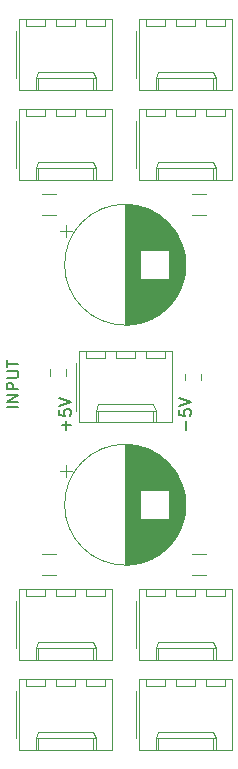
<source format=gbr>
G04 #@! TF.GenerationSoftware,KiCad,Pcbnew,(5.1.5-0-10_14)*
G04 #@! TF.CreationDate,2020-11-05T18:46:50+01:00*
G04 #@! TF.ProjectId,vm000-powerdist,766d3030-302d-4706-9f77-657264697374,rev?*
G04 #@! TF.SameCoordinates,Original*
G04 #@! TF.FileFunction,Legend,Top*
G04 #@! TF.FilePolarity,Positive*
%FSLAX46Y46*%
G04 Gerber Fmt 4.6, Leading zero omitted, Abs format (unit mm)*
G04 Created by KiCad (PCBNEW (5.1.5-0-10_14)) date 2020-11-05 18:46:50*
%MOMM*%
%LPD*%
G04 APERTURE LIST*
%ADD10C,0.150000*%
%ADD11C,0.120000*%
G04 APERTURE END LIST*
D10*
X167711428Y-92725714D02*
X167711428Y-91963809D01*
X167092380Y-91011428D02*
X167092380Y-91487619D01*
X167568571Y-91535238D01*
X167520952Y-91487619D01*
X167473333Y-91392380D01*
X167473333Y-91154285D01*
X167520952Y-91059047D01*
X167568571Y-91011428D01*
X167663809Y-90963809D01*
X167901904Y-90963809D01*
X167997142Y-91011428D01*
X168044761Y-91059047D01*
X168092380Y-91154285D01*
X168092380Y-91392380D01*
X168044761Y-91487619D01*
X167997142Y-91535238D01*
X167092380Y-90678095D02*
X168092380Y-90344761D01*
X167092380Y-90011428D01*
X157551428Y-92725714D02*
X157551428Y-91963809D01*
X157932380Y-92344761D02*
X157170476Y-92344761D01*
X156932380Y-91011428D02*
X156932380Y-91487619D01*
X157408571Y-91535238D01*
X157360952Y-91487619D01*
X157313333Y-91392380D01*
X157313333Y-91154285D01*
X157360952Y-91059047D01*
X157408571Y-91011428D01*
X157503809Y-90963809D01*
X157741904Y-90963809D01*
X157837142Y-91011428D01*
X157884761Y-91059047D01*
X157932380Y-91154285D01*
X157932380Y-91392380D01*
X157884761Y-91487619D01*
X157837142Y-91535238D01*
X156932380Y-90678095D02*
X157932380Y-90344761D01*
X156932380Y-90011428D01*
X153487380Y-90828571D02*
X152487380Y-90828571D01*
X153487380Y-90352380D02*
X152487380Y-90352380D01*
X153487380Y-89780952D01*
X152487380Y-89780952D01*
X153487380Y-89304761D02*
X152487380Y-89304761D01*
X152487380Y-88923809D01*
X152535000Y-88828571D01*
X152582619Y-88780952D01*
X152677857Y-88733333D01*
X152820714Y-88733333D01*
X152915952Y-88780952D01*
X152963571Y-88828571D01*
X153011190Y-88923809D01*
X153011190Y-89304761D01*
X152487380Y-88304761D02*
X153296904Y-88304761D01*
X153392142Y-88257142D01*
X153439761Y-88209523D01*
X153487380Y-88114285D01*
X153487380Y-87923809D01*
X153439761Y-87828571D01*
X153392142Y-87780952D01*
X153296904Y-87733333D01*
X152487380Y-87733333D01*
X152487380Y-87400000D02*
X152487380Y-86828571D01*
X153487380Y-87114285D02*
X152487380Y-87114285D01*
D11*
X157540354Y-75365000D02*
X157540354Y-76365000D01*
X157040354Y-75865000D02*
X158040354Y-75865000D01*
X167601000Y-78141000D02*
X167601000Y-79339000D01*
X167561000Y-77878000D02*
X167561000Y-79602000D01*
X167521000Y-77678000D02*
X167521000Y-79802000D01*
X167481000Y-77510000D02*
X167481000Y-79970000D01*
X167441000Y-77362000D02*
X167441000Y-80118000D01*
X167401000Y-77230000D02*
X167401000Y-80250000D01*
X167361000Y-77110000D02*
X167361000Y-80370000D01*
X167321000Y-76998000D02*
X167321000Y-80482000D01*
X167281000Y-76894000D02*
X167281000Y-80586000D01*
X167241000Y-76796000D02*
X167241000Y-80684000D01*
X167201000Y-76703000D02*
X167201000Y-80777000D01*
X167161000Y-76615000D02*
X167161000Y-80865000D01*
X167121000Y-76531000D02*
X167121000Y-80949000D01*
X167081000Y-76451000D02*
X167081000Y-81029000D01*
X167041000Y-76375000D02*
X167041000Y-81105000D01*
X167001000Y-76301000D02*
X167001000Y-81179000D01*
X166961000Y-76230000D02*
X166961000Y-81250000D01*
X166921000Y-76161000D02*
X166921000Y-81319000D01*
X166881000Y-76095000D02*
X166881000Y-81385000D01*
X166841000Y-76031000D02*
X166841000Y-81449000D01*
X166801000Y-75970000D02*
X166801000Y-81510000D01*
X166761000Y-75910000D02*
X166761000Y-81570000D01*
X166721000Y-75851000D02*
X166721000Y-81629000D01*
X166681000Y-75795000D02*
X166681000Y-81685000D01*
X166641000Y-75740000D02*
X166641000Y-81740000D01*
X166601000Y-75686000D02*
X166601000Y-81794000D01*
X166561000Y-75634000D02*
X166561000Y-81846000D01*
X166521000Y-75584000D02*
X166521000Y-81896000D01*
X166481000Y-75534000D02*
X166481000Y-81946000D01*
X166441000Y-75486000D02*
X166441000Y-81994000D01*
X166401000Y-75439000D02*
X166401000Y-82041000D01*
X166361000Y-75393000D02*
X166361000Y-82087000D01*
X166321000Y-75348000D02*
X166321000Y-82132000D01*
X166281000Y-75304000D02*
X166281000Y-82176000D01*
X166241000Y-79981000D02*
X166241000Y-82218000D01*
X166241000Y-75262000D02*
X166241000Y-77499000D01*
X166201000Y-79981000D02*
X166201000Y-82260000D01*
X166201000Y-75220000D02*
X166201000Y-77499000D01*
X166161000Y-79981000D02*
X166161000Y-82301000D01*
X166161000Y-75179000D02*
X166161000Y-77499000D01*
X166121000Y-79981000D02*
X166121000Y-82341000D01*
X166121000Y-75139000D02*
X166121000Y-77499000D01*
X166081000Y-79981000D02*
X166081000Y-82380000D01*
X166081000Y-75100000D02*
X166081000Y-77499000D01*
X166041000Y-79981000D02*
X166041000Y-82419000D01*
X166041000Y-75061000D02*
X166041000Y-77499000D01*
X166001000Y-79981000D02*
X166001000Y-82456000D01*
X166001000Y-75024000D02*
X166001000Y-77499000D01*
X165961000Y-79981000D02*
X165961000Y-82493000D01*
X165961000Y-74987000D02*
X165961000Y-77499000D01*
X165921000Y-79981000D02*
X165921000Y-82529000D01*
X165921000Y-74951000D02*
X165921000Y-77499000D01*
X165881000Y-79981000D02*
X165881000Y-82564000D01*
X165881000Y-74916000D02*
X165881000Y-77499000D01*
X165841000Y-79981000D02*
X165841000Y-82598000D01*
X165841000Y-74882000D02*
X165841000Y-77499000D01*
X165801000Y-79981000D02*
X165801000Y-82632000D01*
X165801000Y-74848000D02*
X165801000Y-77499000D01*
X165761000Y-79981000D02*
X165761000Y-82665000D01*
X165761000Y-74815000D02*
X165761000Y-77499000D01*
X165721000Y-79981000D02*
X165721000Y-82697000D01*
X165721000Y-74783000D02*
X165721000Y-77499000D01*
X165681000Y-79981000D02*
X165681000Y-82729000D01*
X165681000Y-74751000D02*
X165681000Y-77499000D01*
X165641000Y-79981000D02*
X165641000Y-82760000D01*
X165641000Y-74720000D02*
X165641000Y-77499000D01*
X165601000Y-79981000D02*
X165601000Y-82790000D01*
X165601000Y-74690000D02*
X165601000Y-77499000D01*
X165561000Y-79981000D02*
X165561000Y-82820000D01*
X165561000Y-74660000D02*
X165561000Y-77499000D01*
X165521000Y-79981000D02*
X165521000Y-82850000D01*
X165521000Y-74630000D02*
X165521000Y-77499000D01*
X165481000Y-79981000D02*
X165481000Y-82878000D01*
X165481000Y-74602000D02*
X165481000Y-77499000D01*
X165441000Y-79981000D02*
X165441000Y-82906000D01*
X165441000Y-74574000D02*
X165441000Y-77499000D01*
X165401000Y-79981000D02*
X165401000Y-82934000D01*
X165401000Y-74546000D02*
X165401000Y-77499000D01*
X165361000Y-79981000D02*
X165361000Y-82961000D01*
X165361000Y-74519000D02*
X165361000Y-77499000D01*
X165321000Y-79981000D02*
X165321000Y-82987000D01*
X165321000Y-74493000D02*
X165321000Y-77499000D01*
X165281000Y-79981000D02*
X165281000Y-83013000D01*
X165281000Y-74467000D02*
X165281000Y-77499000D01*
X165241000Y-79981000D02*
X165241000Y-83038000D01*
X165241000Y-74442000D02*
X165241000Y-77499000D01*
X165201000Y-79981000D02*
X165201000Y-83063000D01*
X165201000Y-74417000D02*
X165201000Y-77499000D01*
X165161000Y-79981000D02*
X165161000Y-83087000D01*
X165161000Y-74393000D02*
X165161000Y-77499000D01*
X165121000Y-79981000D02*
X165121000Y-83111000D01*
X165121000Y-74369000D02*
X165121000Y-77499000D01*
X165081000Y-79981000D02*
X165081000Y-83135000D01*
X165081000Y-74345000D02*
X165081000Y-77499000D01*
X165041000Y-79981000D02*
X165041000Y-83157000D01*
X165041000Y-74323000D02*
X165041000Y-77499000D01*
X165001000Y-79981000D02*
X165001000Y-83180000D01*
X165001000Y-74300000D02*
X165001000Y-77499000D01*
X164961000Y-79981000D02*
X164961000Y-83202000D01*
X164961000Y-74278000D02*
X164961000Y-77499000D01*
X164921000Y-79981000D02*
X164921000Y-83223000D01*
X164921000Y-74257000D02*
X164921000Y-77499000D01*
X164881000Y-79981000D02*
X164881000Y-83244000D01*
X164881000Y-74236000D02*
X164881000Y-77499000D01*
X164841000Y-79981000D02*
X164841000Y-83265000D01*
X164841000Y-74215000D02*
X164841000Y-77499000D01*
X164801000Y-79981000D02*
X164801000Y-83285000D01*
X164801000Y-74195000D02*
X164801000Y-77499000D01*
X164761000Y-79981000D02*
X164761000Y-83304000D01*
X164761000Y-74176000D02*
X164761000Y-77499000D01*
X164721000Y-79981000D02*
X164721000Y-83324000D01*
X164721000Y-74156000D02*
X164721000Y-77499000D01*
X164681000Y-79981000D02*
X164681000Y-83343000D01*
X164681000Y-74137000D02*
X164681000Y-77499000D01*
X164641000Y-79981000D02*
X164641000Y-83361000D01*
X164641000Y-74119000D02*
X164641000Y-77499000D01*
X164601000Y-79981000D02*
X164601000Y-83379000D01*
X164601000Y-74101000D02*
X164601000Y-77499000D01*
X164561000Y-79981000D02*
X164561000Y-83397000D01*
X164561000Y-74083000D02*
X164561000Y-77499000D01*
X164521000Y-79981000D02*
X164521000Y-83414000D01*
X164521000Y-74066000D02*
X164521000Y-77499000D01*
X164481000Y-79981000D02*
X164481000Y-83430000D01*
X164481000Y-74050000D02*
X164481000Y-77499000D01*
X164441000Y-79981000D02*
X164441000Y-83447000D01*
X164441000Y-74033000D02*
X164441000Y-77499000D01*
X164401000Y-79981000D02*
X164401000Y-83463000D01*
X164401000Y-74017000D02*
X164401000Y-77499000D01*
X164361000Y-79981000D02*
X164361000Y-83478000D01*
X164361000Y-74002000D02*
X164361000Y-77499000D01*
X164321000Y-79981000D02*
X164321000Y-83494000D01*
X164321000Y-73986000D02*
X164321000Y-77499000D01*
X164281000Y-79981000D02*
X164281000Y-83508000D01*
X164281000Y-73972000D02*
X164281000Y-77499000D01*
X164241000Y-79981000D02*
X164241000Y-83523000D01*
X164241000Y-73957000D02*
X164241000Y-77499000D01*
X164201000Y-79981000D02*
X164201000Y-83537000D01*
X164201000Y-73943000D02*
X164201000Y-77499000D01*
X164161000Y-79981000D02*
X164161000Y-83551000D01*
X164161000Y-73929000D02*
X164161000Y-77499000D01*
X164121000Y-79981000D02*
X164121000Y-83564000D01*
X164121000Y-73916000D02*
X164121000Y-77499000D01*
X164081000Y-79981000D02*
X164081000Y-83577000D01*
X164081000Y-73903000D02*
X164081000Y-77499000D01*
X164041000Y-79981000D02*
X164041000Y-83590000D01*
X164041000Y-73890000D02*
X164041000Y-77499000D01*
X164001000Y-79981000D02*
X164001000Y-83602000D01*
X164001000Y-73878000D02*
X164001000Y-77499000D01*
X163961000Y-79981000D02*
X163961000Y-83614000D01*
X163961000Y-73866000D02*
X163961000Y-77499000D01*
X163921000Y-79981000D02*
X163921000Y-83625000D01*
X163921000Y-73855000D02*
X163921000Y-77499000D01*
X163881000Y-79981000D02*
X163881000Y-83637000D01*
X163881000Y-73843000D02*
X163881000Y-77499000D01*
X163841000Y-79981000D02*
X163841000Y-83647000D01*
X163841000Y-73833000D02*
X163841000Y-77499000D01*
X163801000Y-79981000D02*
X163801000Y-83658000D01*
X163801000Y-73822000D02*
X163801000Y-77499000D01*
X163761000Y-73812000D02*
X163761000Y-83668000D01*
X163721000Y-73802000D02*
X163721000Y-83678000D01*
X163681000Y-73793000D02*
X163681000Y-83687000D01*
X163641000Y-73784000D02*
X163641000Y-83696000D01*
X163601000Y-73775000D02*
X163601000Y-83705000D01*
X163561000Y-73766000D02*
X163561000Y-83714000D01*
X163521000Y-73758000D02*
X163521000Y-83722000D01*
X163481000Y-73750000D02*
X163481000Y-83730000D01*
X163441000Y-73743000D02*
X163441000Y-83737000D01*
X163401000Y-73736000D02*
X163401000Y-83744000D01*
X163361000Y-73729000D02*
X163361000Y-83751000D01*
X163321000Y-73722000D02*
X163321000Y-83758000D01*
X163281000Y-73716000D02*
X163281000Y-83764000D01*
X163241000Y-73710000D02*
X163241000Y-83770000D01*
X163200000Y-73705000D02*
X163200000Y-83775000D01*
X163160000Y-73700000D02*
X163160000Y-83780000D01*
X163120000Y-73695000D02*
X163120000Y-83785000D01*
X163080000Y-73690000D02*
X163080000Y-83790000D01*
X163040000Y-73686000D02*
X163040000Y-83794000D01*
X163000000Y-73682000D02*
X163000000Y-83798000D01*
X162960000Y-73678000D02*
X162960000Y-83802000D01*
X162920000Y-73675000D02*
X162920000Y-83805000D01*
X162880000Y-73672000D02*
X162880000Y-83808000D01*
X162840000Y-73670000D02*
X162840000Y-83810000D01*
X162800000Y-73667000D02*
X162800000Y-83813000D01*
X162760000Y-73665000D02*
X162760000Y-83815000D01*
X162720000Y-73663000D02*
X162720000Y-83817000D01*
X162680000Y-73662000D02*
X162680000Y-83818000D01*
X162640000Y-73661000D02*
X162640000Y-83819000D01*
X162600000Y-73660000D02*
X162600000Y-83820000D01*
X162560000Y-73660000D02*
X162560000Y-83820000D01*
X162520000Y-73660000D02*
X162520000Y-83820000D01*
X167640000Y-78740000D02*
G75*
G03X167640000Y-78740000I-5120000J0D01*
G01*
X157540354Y-95685000D02*
X157540354Y-96685000D01*
X157040354Y-96185000D02*
X158040354Y-96185000D01*
X167601000Y-98461000D02*
X167601000Y-99659000D01*
X167561000Y-98198000D02*
X167561000Y-99922000D01*
X167521000Y-97998000D02*
X167521000Y-100122000D01*
X167481000Y-97830000D02*
X167481000Y-100290000D01*
X167441000Y-97682000D02*
X167441000Y-100438000D01*
X167401000Y-97550000D02*
X167401000Y-100570000D01*
X167361000Y-97430000D02*
X167361000Y-100690000D01*
X167321000Y-97318000D02*
X167321000Y-100802000D01*
X167281000Y-97214000D02*
X167281000Y-100906000D01*
X167241000Y-97116000D02*
X167241000Y-101004000D01*
X167201000Y-97023000D02*
X167201000Y-101097000D01*
X167161000Y-96935000D02*
X167161000Y-101185000D01*
X167121000Y-96851000D02*
X167121000Y-101269000D01*
X167081000Y-96771000D02*
X167081000Y-101349000D01*
X167041000Y-96695000D02*
X167041000Y-101425000D01*
X167001000Y-96621000D02*
X167001000Y-101499000D01*
X166961000Y-96550000D02*
X166961000Y-101570000D01*
X166921000Y-96481000D02*
X166921000Y-101639000D01*
X166881000Y-96415000D02*
X166881000Y-101705000D01*
X166841000Y-96351000D02*
X166841000Y-101769000D01*
X166801000Y-96290000D02*
X166801000Y-101830000D01*
X166761000Y-96230000D02*
X166761000Y-101890000D01*
X166721000Y-96171000D02*
X166721000Y-101949000D01*
X166681000Y-96115000D02*
X166681000Y-102005000D01*
X166641000Y-96060000D02*
X166641000Y-102060000D01*
X166601000Y-96006000D02*
X166601000Y-102114000D01*
X166561000Y-95954000D02*
X166561000Y-102166000D01*
X166521000Y-95904000D02*
X166521000Y-102216000D01*
X166481000Y-95854000D02*
X166481000Y-102266000D01*
X166441000Y-95806000D02*
X166441000Y-102314000D01*
X166401000Y-95759000D02*
X166401000Y-102361000D01*
X166361000Y-95713000D02*
X166361000Y-102407000D01*
X166321000Y-95668000D02*
X166321000Y-102452000D01*
X166281000Y-95624000D02*
X166281000Y-102496000D01*
X166241000Y-100301000D02*
X166241000Y-102538000D01*
X166241000Y-95582000D02*
X166241000Y-97819000D01*
X166201000Y-100301000D02*
X166201000Y-102580000D01*
X166201000Y-95540000D02*
X166201000Y-97819000D01*
X166161000Y-100301000D02*
X166161000Y-102621000D01*
X166161000Y-95499000D02*
X166161000Y-97819000D01*
X166121000Y-100301000D02*
X166121000Y-102661000D01*
X166121000Y-95459000D02*
X166121000Y-97819000D01*
X166081000Y-100301000D02*
X166081000Y-102700000D01*
X166081000Y-95420000D02*
X166081000Y-97819000D01*
X166041000Y-100301000D02*
X166041000Y-102739000D01*
X166041000Y-95381000D02*
X166041000Y-97819000D01*
X166001000Y-100301000D02*
X166001000Y-102776000D01*
X166001000Y-95344000D02*
X166001000Y-97819000D01*
X165961000Y-100301000D02*
X165961000Y-102813000D01*
X165961000Y-95307000D02*
X165961000Y-97819000D01*
X165921000Y-100301000D02*
X165921000Y-102849000D01*
X165921000Y-95271000D02*
X165921000Y-97819000D01*
X165881000Y-100301000D02*
X165881000Y-102884000D01*
X165881000Y-95236000D02*
X165881000Y-97819000D01*
X165841000Y-100301000D02*
X165841000Y-102918000D01*
X165841000Y-95202000D02*
X165841000Y-97819000D01*
X165801000Y-100301000D02*
X165801000Y-102952000D01*
X165801000Y-95168000D02*
X165801000Y-97819000D01*
X165761000Y-100301000D02*
X165761000Y-102985000D01*
X165761000Y-95135000D02*
X165761000Y-97819000D01*
X165721000Y-100301000D02*
X165721000Y-103017000D01*
X165721000Y-95103000D02*
X165721000Y-97819000D01*
X165681000Y-100301000D02*
X165681000Y-103049000D01*
X165681000Y-95071000D02*
X165681000Y-97819000D01*
X165641000Y-100301000D02*
X165641000Y-103080000D01*
X165641000Y-95040000D02*
X165641000Y-97819000D01*
X165601000Y-100301000D02*
X165601000Y-103110000D01*
X165601000Y-95010000D02*
X165601000Y-97819000D01*
X165561000Y-100301000D02*
X165561000Y-103140000D01*
X165561000Y-94980000D02*
X165561000Y-97819000D01*
X165521000Y-100301000D02*
X165521000Y-103170000D01*
X165521000Y-94950000D02*
X165521000Y-97819000D01*
X165481000Y-100301000D02*
X165481000Y-103198000D01*
X165481000Y-94922000D02*
X165481000Y-97819000D01*
X165441000Y-100301000D02*
X165441000Y-103226000D01*
X165441000Y-94894000D02*
X165441000Y-97819000D01*
X165401000Y-100301000D02*
X165401000Y-103254000D01*
X165401000Y-94866000D02*
X165401000Y-97819000D01*
X165361000Y-100301000D02*
X165361000Y-103281000D01*
X165361000Y-94839000D02*
X165361000Y-97819000D01*
X165321000Y-100301000D02*
X165321000Y-103307000D01*
X165321000Y-94813000D02*
X165321000Y-97819000D01*
X165281000Y-100301000D02*
X165281000Y-103333000D01*
X165281000Y-94787000D02*
X165281000Y-97819000D01*
X165241000Y-100301000D02*
X165241000Y-103358000D01*
X165241000Y-94762000D02*
X165241000Y-97819000D01*
X165201000Y-100301000D02*
X165201000Y-103383000D01*
X165201000Y-94737000D02*
X165201000Y-97819000D01*
X165161000Y-100301000D02*
X165161000Y-103407000D01*
X165161000Y-94713000D02*
X165161000Y-97819000D01*
X165121000Y-100301000D02*
X165121000Y-103431000D01*
X165121000Y-94689000D02*
X165121000Y-97819000D01*
X165081000Y-100301000D02*
X165081000Y-103455000D01*
X165081000Y-94665000D02*
X165081000Y-97819000D01*
X165041000Y-100301000D02*
X165041000Y-103477000D01*
X165041000Y-94643000D02*
X165041000Y-97819000D01*
X165001000Y-100301000D02*
X165001000Y-103500000D01*
X165001000Y-94620000D02*
X165001000Y-97819000D01*
X164961000Y-100301000D02*
X164961000Y-103522000D01*
X164961000Y-94598000D02*
X164961000Y-97819000D01*
X164921000Y-100301000D02*
X164921000Y-103543000D01*
X164921000Y-94577000D02*
X164921000Y-97819000D01*
X164881000Y-100301000D02*
X164881000Y-103564000D01*
X164881000Y-94556000D02*
X164881000Y-97819000D01*
X164841000Y-100301000D02*
X164841000Y-103585000D01*
X164841000Y-94535000D02*
X164841000Y-97819000D01*
X164801000Y-100301000D02*
X164801000Y-103605000D01*
X164801000Y-94515000D02*
X164801000Y-97819000D01*
X164761000Y-100301000D02*
X164761000Y-103624000D01*
X164761000Y-94496000D02*
X164761000Y-97819000D01*
X164721000Y-100301000D02*
X164721000Y-103644000D01*
X164721000Y-94476000D02*
X164721000Y-97819000D01*
X164681000Y-100301000D02*
X164681000Y-103663000D01*
X164681000Y-94457000D02*
X164681000Y-97819000D01*
X164641000Y-100301000D02*
X164641000Y-103681000D01*
X164641000Y-94439000D02*
X164641000Y-97819000D01*
X164601000Y-100301000D02*
X164601000Y-103699000D01*
X164601000Y-94421000D02*
X164601000Y-97819000D01*
X164561000Y-100301000D02*
X164561000Y-103717000D01*
X164561000Y-94403000D02*
X164561000Y-97819000D01*
X164521000Y-100301000D02*
X164521000Y-103734000D01*
X164521000Y-94386000D02*
X164521000Y-97819000D01*
X164481000Y-100301000D02*
X164481000Y-103750000D01*
X164481000Y-94370000D02*
X164481000Y-97819000D01*
X164441000Y-100301000D02*
X164441000Y-103767000D01*
X164441000Y-94353000D02*
X164441000Y-97819000D01*
X164401000Y-100301000D02*
X164401000Y-103783000D01*
X164401000Y-94337000D02*
X164401000Y-97819000D01*
X164361000Y-100301000D02*
X164361000Y-103798000D01*
X164361000Y-94322000D02*
X164361000Y-97819000D01*
X164321000Y-100301000D02*
X164321000Y-103814000D01*
X164321000Y-94306000D02*
X164321000Y-97819000D01*
X164281000Y-100301000D02*
X164281000Y-103828000D01*
X164281000Y-94292000D02*
X164281000Y-97819000D01*
X164241000Y-100301000D02*
X164241000Y-103843000D01*
X164241000Y-94277000D02*
X164241000Y-97819000D01*
X164201000Y-100301000D02*
X164201000Y-103857000D01*
X164201000Y-94263000D02*
X164201000Y-97819000D01*
X164161000Y-100301000D02*
X164161000Y-103871000D01*
X164161000Y-94249000D02*
X164161000Y-97819000D01*
X164121000Y-100301000D02*
X164121000Y-103884000D01*
X164121000Y-94236000D02*
X164121000Y-97819000D01*
X164081000Y-100301000D02*
X164081000Y-103897000D01*
X164081000Y-94223000D02*
X164081000Y-97819000D01*
X164041000Y-100301000D02*
X164041000Y-103910000D01*
X164041000Y-94210000D02*
X164041000Y-97819000D01*
X164001000Y-100301000D02*
X164001000Y-103922000D01*
X164001000Y-94198000D02*
X164001000Y-97819000D01*
X163961000Y-100301000D02*
X163961000Y-103934000D01*
X163961000Y-94186000D02*
X163961000Y-97819000D01*
X163921000Y-100301000D02*
X163921000Y-103945000D01*
X163921000Y-94175000D02*
X163921000Y-97819000D01*
X163881000Y-100301000D02*
X163881000Y-103957000D01*
X163881000Y-94163000D02*
X163881000Y-97819000D01*
X163841000Y-100301000D02*
X163841000Y-103967000D01*
X163841000Y-94153000D02*
X163841000Y-97819000D01*
X163801000Y-100301000D02*
X163801000Y-103978000D01*
X163801000Y-94142000D02*
X163801000Y-97819000D01*
X163761000Y-94132000D02*
X163761000Y-103988000D01*
X163721000Y-94122000D02*
X163721000Y-103998000D01*
X163681000Y-94113000D02*
X163681000Y-104007000D01*
X163641000Y-94104000D02*
X163641000Y-104016000D01*
X163601000Y-94095000D02*
X163601000Y-104025000D01*
X163561000Y-94086000D02*
X163561000Y-104034000D01*
X163521000Y-94078000D02*
X163521000Y-104042000D01*
X163481000Y-94070000D02*
X163481000Y-104050000D01*
X163441000Y-94063000D02*
X163441000Y-104057000D01*
X163401000Y-94056000D02*
X163401000Y-104064000D01*
X163361000Y-94049000D02*
X163361000Y-104071000D01*
X163321000Y-94042000D02*
X163321000Y-104078000D01*
X163281000Y-94036000D02*
X163281000Y-104084000D01*
X163241000Y-94030000D02*
X163241000Y-104090000D01*
X163200000Y-94025000D02*
X163200000Y-104095000D01*
X163160000Y-94020000D02*
X163160000Y-104100000D01*
X163120000Y-94015000D02*
X163120000Y-104105000D01*
X163080000Y-94010000D02*
X163080000Y-104110000D01*
X163040000Y-94006000D02*
X163040000Y-104114000D01*
X163000000Y-94002000D02*
X163000000Y-104118000D01*
X162960000Y-93998000D02*
X162960000Y-104122000D01*
X162920000Y-93995000D02*
X162920000Y-104125000D01*
X162880000Y-93992000D02*
X162880000Y-104128000D01*
X162840000Y-93990000D02*
X162840000Y-104130000D01*
X162800000Y-93987000D02*
X162800000Y-104133000D01*
X162760000Y-93985000D02*
X162760000Y-104135000D01*
X162720000Y-93983000D02*
X162720000Y-104137000D01*
X162680000Y-93982000D02*
X162680000Y-104138000D01*
X162640000Y-93981000D02*
X162640000Y-104139000D01*
X162600000Y-93980000D02*
X162600000Y-104140000D01*
X162560000Y-93980000D02*
X162560000Y-104140000D01*
X162520000Y-93980000D02*
X162520000Y-104140000D01*
X167640000Y-99060000D02*
G75*
G03X167640000Y-99060000I-5120000J0D01*
G01*
X165900000Y-86670000D02*
X165900000Y-86070000D01*
X164300000Y-86670000D02*
X165900000Y-86670000D01*
X164300000Y-86070000D02*
X164300000Y-86670000D01*
X163360000Y-86670000D02*
X163360000Y-86070000D01*
X161760000Y-86670000D02*
X163360000Y-86670000D01*
X161760000Y-86070000D02*
X161760000Y-86670000D01*
X160820000Y-86670000D02*
X160820000Y-86070000D01*
X159220000Y-86670000D02*
X160820000Y-86670000D01*
X159220000Y-86070000D02*
X159220000Y-86670000D01*
X164850000Y-92090000D02*
X164850000Y-91090000D01*
X160270000Y-92090000D02*
X160270000Y-91090000D01*
X164850000Y-90560000D02*
X165100000Y-91090000D01*
X160270000Y-90560000D02*
X164850000Y-90560000D01*
X160020000Y-91090000D02*
X160270000Y-90560000D01*
X165100000Y-91090000D02*
X165100000Y-92090000D01*
X160020000Y-91090000D02*
X165100000Y-91090000D01*
X160020000Y-92090000D02*
X160020000Y-91090000D01*
X158350000Y-87100000D02*
X158350000Y-91100000D01*
X166480000Y-86070000D02*
X158640000Y-86070000D01*
X166480000Y-92090000D02*
X166480000Y-86070000D01*
X158640000Y-92090000D02*
X166480000Y-92090000D01*
X158640000Y-86070000D02*
X158640000Y-92090000D01*
X170980000Y-66150000D02*
X170980000Y-65550000D01*
X169380000Y-66150000D02*
X170980000Y-66150000D01*
X169380000Y-65550000D02*
X169380000Y-66150000D01*
X168440000Y-66150000D02*
X168440000Y-65550000D01*
X166840000Y-66150000D02*
X168440000Y-66150000D01*
X166840000Y-65550000D02*
X166840000Y-66150000D01*
X165900000Y-66150000D02*
X165900000Y-65550000D01*
X164300000Y-66150000D02*
X165900000Y-66150000D01*
X164300000Y-65550000D02*
X164300000Y-66150000D01*
X169930000Y-71570000D02*
X169930000Y-70570000D01*
X165350000Y-71570000D02*
X165350000Y-70570000D01*
X169930000Y-70040000D02*
X170180000Y-70570000D01*
X165350000Y-70040000D02*
X169930000Y-70040000D01*
X165100000Y-70570000D02*
X165350000Y-70040000D01*
X170180000Y-70570000D02*
X170180000Y-71570000D01*
X165100000Y-70570000D02*
X170180000Y-70570000D01*
X165100000Y-71570000D02*
X165100000Y-70570000D01*
X163430000Y-66580000D02*
X163430000Y-70580000D01*
X171560000Y-65550000D02*
X163720000Y-65550000D01*
X171560000Y-71570000D02*
X171560000Y-65550000D01*
X163720000Y-71570000D02*
X171560000Y-71570000D01*
X163720000Y-65550000D02*
X163720000Y-71570000D01*
X160820000Y-114410000D02*
X160820000Y-113810000D01*
X159220000Y-114410000D02*
X160820000Y-114410000D01*
X159220000Y-113810000D02*
X159220000Y-114410000D01*
X158280000Y-114410000D02*
X158280000Y-113810000D01*
X156680000Y-114410000D02*
X158280000Y-114410000D01*
X156680000Y-113810000D02*
X156680000Y-114410000D01*
X155740000Y-114410000D02*
X155740000Y-113810000D01*
X154140000Y-114410000D02*
X155740000Y-114410000D01*
X154140000Y-113810000D02*
X154140000Y-114410000D01*
X159770000Y-119830000D02*
X159770000Y-118830000D01*
X155190000Y-119830000D02*
X155190000Y-118830000D01*
X159770000Y-118300000D02*
X160020000Y-118830000D01*
X155190000Y-118300000D02*
X159770000Y-118300000D01*
X154940000Y-118830000D02*
X155190000Y-118300000D01*
X160020000Y-118830000D02*
X160020000Y-119830000D01*
X154940000Y-118830000D02*
X160020000Y-118830000D01*
X154940000Y-119830000D02*
X154940000Y-118830000D01*
X153270000Y-114840000D02*
X153270000Y-118840000D01*
X161400000Y-113810000D02*
X153560000Y-113810000D01*
X161400000Y-119830000D02*
X161400000Y-113810000D01*
X153560000Y-119830000D02*
X161400000Y-119830000D01*
X153560000Y-113810000D02*
X153560000Y-119830000D01*
X170980000Y-58530000D02*
X170980000Y-57930000D01*
X169380000Y-58530000D02*
X170980000Y-58530000D01*
X169380000Y-57930000D02*
X169380000Y-58530000D01*
X168440000Y-58530000D02*
X168440000Y-57930000D01*
X166840000Y-58530000D02*
X168440000Y-58530000D01*
X166840000Y-57930000D02*
X166840000Y-58530000D01*
X165900000Y-58530000D02*
X165900000Y-57930000D01*
X164300000Y-58530000D02*
X165900000Y-58530000D01*
X164300000Y-57930000D02*
X164300000Y-58530000D01*
X169930000Y-63950000D02*
X169930000Y-62950000D01*
X165350000Y-63950000D02*
X165350000Y-62950000D01*
X169930000Y-62420000D02*
X170180000Y-62950000D01*
X165350000Y-62420000D02*
X169930000Y-62420000D01*
X165100000Y-62950000D02*
X165350000Y-62420000D01*
X170180000Y-62950000D02*
X170180000Y-63950000D01*
X165100000Y-62950000D02*
X170180000Y-62950000D01*
X165100000Y-63950000D02*
X165100000Y-62950000D01*
X163430000Y-58960000D02*
X163430000Y-62960000D01*
X171560000Y-57930000D02*
X163720000Y-57930000D01*
X171560000Y-63950000D02*
X171560000Y-57930000D01*
X163720000Y-63950000D02*
X171560000Y-63950000D01*
X163720000Y-57930000D02*
X163720000Y-63950000D01*
X170980000Y-114410000D02*
X170980000Y-113810000D01*
X169380000Y-114410000D02*
X170980000Y-114410000D01*
X169380000Y-113810000D02*
X169380000Y-114410000D01*
X168440000Y-114410000D02*
X168440000Y-113810000D01*
X166840000Y-114410000D02*
X168440000Y-114410000D01*
X166840000Y-113810000D02*
X166840000Y-114410000D01*
X165900000Y-114410000D02*
X165900000Y-113810000D01*
X164300000Y-114410000D02*
X165900000Y-114410000D01*
X164300000Y-113810000D02*
X164300000Y-114410000D01*
X169930000Y-119830000D02*
X169930000Y-118830000D01*
X165350000Y-119830000D02*
X165350000Y-118830000D01*
X169930000Y-118300000D02*
X170180000Y-118830000D01*
X165350000Y-118300000D02*
X169930000Y-118300000D01*
X165100000Y-118830000D02*
X165350000Y-118300000D01*
X170180000Y-118830000D02*
X170180000Y-119830000D01*
X165100000Y-118830000D02*
X170180000Y-118830000D01*
X165100000Y-119830000D02*
X165100000Y-118830000D01*
X163430000Y-114840000D02*
X163430000Y-118840000D01*
X171560000Y-113810000D02*
X163720000Y-113810000D01*
X171560000Y-119830000D02*
X171560000Y-113810000D01*
X163720000Y-119830000D02*
X171560000Y-119830000D01*
X163720000Y-113810000D02*
X163720000Y-119830000D01*
X160820000Y-66150000D02*
X160820000Y-65550000D01*
X159220000Y-66150000D02*
X160820000Y-66150000D01*
X159220000Y-65550000D02*
X159220000Y-66150000D01*
X158280000Y-66150000D02*
X158280000Y-65550000D01*
X156680000Y-66150000D02*
X158280000Y-66150000D01*
X156680000Y-65550000D02*
X156680000Y-66150000D01*
X155740000Y-66150000D02*
X155740000Y-65550000D01*
X154140000Y-66150000D02*
X155740000Y-66150000D01*
X154140000Y-65550000D02*
X154140000Y-66150000D01*
X159770000Y-71570000D02*
X159770000Y-70570000D01*
X155190000Y-71570000D02*
X155190000Y-70570000D01*
X159770000Y-70040000D02*
X160020000Y-70570000D01*
X155190000Y-70040000D02*
X159770000Y-70040000D01*
X154940000Y-70570000D02*
X155190000Y-70040000D01*
X160020000Y-70570000D02*
X160020000Y-71570000D01*
X154940000Y-70570000D02*
X160020000Y-70570000D01*
X154940000Y-71570000D02*
X154940000Y-70570000D01*
X153270000Y-66580000D02*
X153270000Y-70580000D01*
X161400000Y-65550000D02*
X153560000Y-65550000D01*
X161400000Y-71570000D02*
X161400000Y-65550000D01*
X153560000Y-71570000D02*
X161400000Y-71570000D01*
X153560000Y-65550000D02*
X153560000Y-71570000D01*
X170980000Y-106790000D02*
X170980000Y-106190000D01*
X169380000Y-106790000D02*
X170980000Y-106790000D01*
X169380000Y-106190000D02*
X169380000Y-106790000D01*
X168440000Y-106790000D02*
X168440000Y-106190000D01*
X166840000Y-106790000D02*
X168440000Y-106790000D01*
X166840000Y-106190000D02*
X166840000Y-106790000D01*
X165900000Y-106790000D02*
X165900000Y-106190000D01*
X164300000Y-106790000D02*
X165900000Y-106790000D01*
X164300000Y-106190000D02*
X164300000Y-106790000D01*
X169930000Y-112210000D02*
X169930000Y-111210000D01*
X165350000Y-112210000D02*
X165350000Y-111210000D01*
X169930000Y-110680000D02*
X170180000Y-111210000D01*
X165350000Y-110680000D02*
X169930000Y-110680000D01*
X165100000Y-111210000D02*
X165350000Y-110680000D01*
X170180000Y-111210000D02*
X170180000Y-112210000D01*
X165100000Y-111210000D02*
X170180000Y-111210000D01*
X165100000Y-112210000D02*
X165100000Y-111210000D01*
X163430000Y-107220000D02*
X163430000Y-111220000D01*
X171560000Y-106190000D02*
X163720000Y-106190000D01*
X171560000Y-112210000D02*
X171560000Y-106190000D01*
X163720000Y-112210000D02*
X171560000Y-112210000D01*
X163720000Y-106190000D02*
X163720000Y-112210000D01*
X160820000Y-58530000D02*
X160820000Y-57930000D01*
X159220000Y-58530000D02*
X160820000Y-58530000D01*
X159220000Y-57930000D02*
X159220000Y-58530000D01*
X158280000Y-58530000D02*
X158280000Y-57930000D01*
X156680000Y-58530000D02*
X158280000Y-58530000D01*
X156680000Y-57930000D02*
X156680000Y-58530000D01*
X155740000Y-58530000D02*
X155740000Y-57930000D01*
X154140000Y-58530000D02*
X155740000Y-58530000D01*
X154140000Y-57930000D02*
X154140000Y-58530000D01*
X159770000Y-63950000D02*
X159770000Y-62950000D01*
X155190000Y-63950000D02*
X155190000Y-62950000D01*
X159770000Y-62420000D02*
X160020000Y-62950000D01*
X155190000Y-62420000D02*
X159770000Y-62420000D01*
X154940000Y-62950000D02*
X155190000Y-62420000D01*
X160020000Y-62950000D02*
X160020000Y-63950000D01*
X154940000Y-62950000D02*
X160020000Y-62950000D01*
X154940000Y-63950000D02*
X154940000Y-62950000D01*
X153270000Y-58960000D02*
X153270000Y-62960000D01*
X161400000Y-57930000D02*
X153560000Y-57930000D01*
X161400000Y-63950000D02*
X161400000Y-57930000D01*
X153560000Y-63950000D02*
X161400000Y-63950000D01*
X153560000Y-57930000D02*
X153560000Y-63950000D01*
X160820000Y-106790000D02*
X160820000Y-106190000D01*
X159220000Y-106790000D02*
X160820000Y-106790000D01*
X159220000Y-106190000D02*
X159220000Y-106790000D01*
X158280000Y-106790000D02*
X158280000Y-106190000D01*
X156680000Y-106790000D02*
X158280000Y-106790000D01*
X156680000Y-106190000D02*
X156680000Y-106790000D01*
X155740000Y-106790000D02*
X155740000Y-106190000D01*
X154140000Y-106790000D02*
X155740000Y-106790000D01*
X154140000Y-106190000D02*
X154140000Y-106790000D01*
X159770000Y-112210000D02*
X159770000Y-111210000D01*
X155190000Y-112210000D02*
X155190000Y-111210000D01*
X159770000Y-110680000D02*
X160020000Y-111210000D01*
X155190000Y-110680000D02*
X159770000Y-110680000D01*
X154940000Y-111210000D02*
X155190000Y-110680000D01*
X160020000Y-111210000D02*
X160020000Y-112210000D01*
X154940000Y-111210000D02*
X160020000Y-111210000D01*
X154940000Y-112210000D02*
X154940000Y-111210000D01*
X153270000Y-107220000D02*
X153270000Y-111220000D01*
X161400000Y-106190000D02*
X153560000Y-106190000D01*
X161400000Y-112210000D02*
X161400000Y-106190000D01*
X153560000Y-112210000D02*
X161400000Y-112210000D01*
X153560000Y-106190000D02*
X153560000Y-112210000D01*
X168985000Y-88526252D02*
X168985000Y-88003748D01*
X167565000Y-88526252D02*
X167565000Y-88003748D01*
X157555000Y-88136252D02*
X157555000Y-87613748D01*
X156135000Y-88136252D02*
X156135000Y-87613748D01*
X168177936Y-105050000D02*
X169382064Y-105050000D01*
X168177936Y-103230000D02*
X169382064Y-103230000D01*
X168177936Y-74570000D02*
X169382064Y-74570000D01*
X168177936Y-72750000D02*
X169382064Y-72750000D01*
X155477936Y-105050000D02*
X156682064Y-105050000D01*
X155477936Y-103230000D02*
X156682064Y-103230000D01*
X155477936Y-74570000D02*
X156682064Y-74570000D01*
X155477936Y-72750000D02*
X156682064Y-72750000D01*
M02*

</source>
